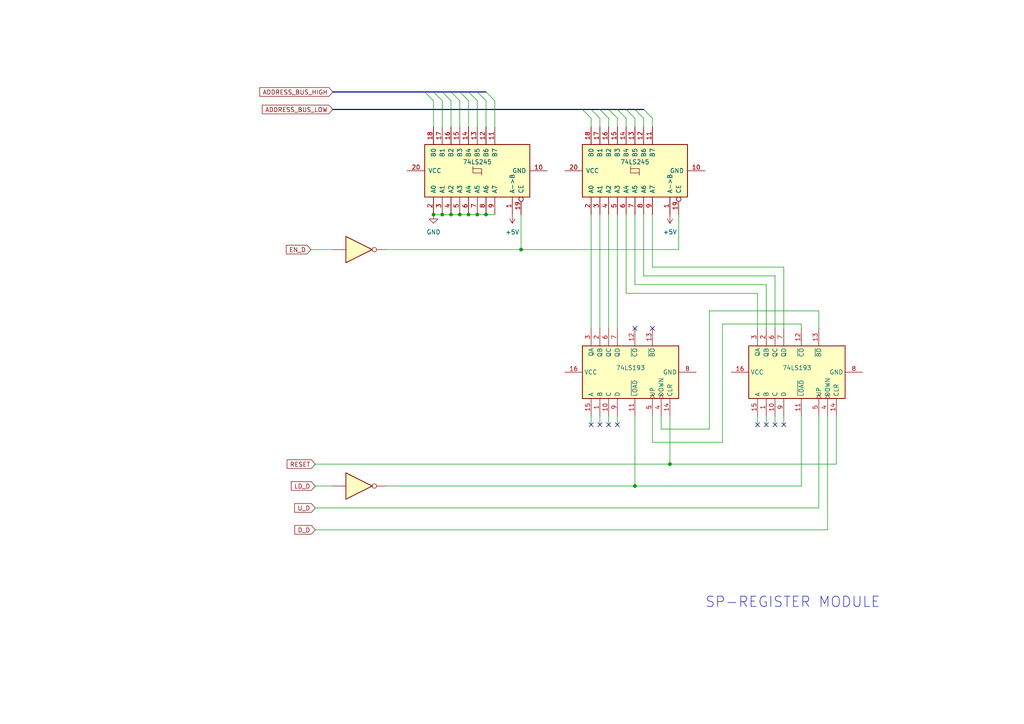
<source format=kicad_sch>
(kicad_sch (version 20230121) (generator eeschema)
  (paper "A4")
  (lib_symbols
    (symbol "74LS04_1" (pin_numbers hide)
      (property "Reference" "U" (at 0 1.27 0))
      (property "Value" "74LS04" (at 0 -1.27 0))
      (symbol "74LS04_1_1_0"
        (polyline (pts (xy -3.81 3.81) (xy -3.81 -3.81) (xy 3.81 0) (xy -3.81 3.81)) (stroke (width 0.254)) (fill (type background)))
        (pin input line (at -7.62 0 0) (length 3.81) (name "~") (number "1"))
        (pin output inverted (at 7.62 0 180) (length 3.81) (name "~") (number "2"))
      )
      (symbol "74LS04_1_2_0"
        (polyline (pts (xy -3.81 3.81) (xy -3.81 -3.81) (xy 3.81 0) (xy -3.81 3.81)) (stroke (width 0.254)) (fill (type background)))
        (pin input line (at -7.62 0 0) (length 3.81) (name "~") (number "3"))
        (pin output inverted (at 7.62 0 180) (length 3.81) (name "~") (number "4"))
      )
      (symbol "74LS04_1_3_0"
        (polyline (pts (xy -3.81 3.81) (xy -3.81 -3.81) (xy 3.81 0) (xy -3.81 3.81)) (stroke (width 0.254)) (fill (type background)))
        (pin input line (at -7.62 0 0) (length 3.81) (name "~") (number "5"))
        (pin output inverted (at 7.62 0 180) (length 3.81) (name "~") (number "6"))
      )
      (symbol "74LS04_1_4_0"
        (polyline (pts (xy -3.81 3.81) (xy -3.81 -3.81) (xy 3.81 0) (xy -3.81 3.81)) (stroke (width 0.254)) (fill (type background)))
        (pin output inverted (at 7.62 0 180) (length 3.81) (name "~") (number "8"))
        (pin input line (at -7.62 0 0) (length 3.81) (name "~") (number "9"))
      )
      (symbol "74LS04_1_5_0"
        (polyline (pts (xy -3.81 3.81) (xy -3.81 -3.81) (xy 3.81 0) (xy -3.81 3.81)) (stroke (width 0.254)) (fill (type background)))
        (pin output inverted (at 7.62 0 180) (length 3.81) (name "~") (number "10"))
        (pin input line (at -7.62 0 0) (length 3.81) (name "~") (number "11"))
      )
      (symbol "74LS04_1_6_0"
        (polyline (pts (xy -3.81 3.81) (xy -3.81 -3.81) (xy 3.81 0) (xy -3.81 3.81)) (stroke (width 0.254)) (fill (type background)))
        (pin output inverted (at 7.62 0 180) (length 3.81) (name "~") (number "12"))
        (pin input line (at -7.62 0 0) (length 3.81) (name "~") (number "13"))
      )
      (symbol "74LS04_1_7_0"
        (pin power_in line (at 0 12.7 270) (length 5.08) (name "VCC") (number "14"))
        (pin power_in line (at 0 -12.7 90) (length 5.08) (name "GND") (number "7"))
      )
      (symbol "74LS04_1_7_1"
        (rectangle (start -5.08 7.62) (end 5.08 -7.62) (stroke (width 0.254)) (fill (type background)))
      )
    )
    (symbol "74xx:74LS04" (pin_numbers hide)
      (property "Reference" "U" (at 0 1.27 0))
      (property "Value" "74LS04" (at 0 -1.27 0))
      (symbol "74LS04_1_0"
        (polyline (pts (xy -3.81 3.81) (xy -3.81 -3.81) (xy 3.81 0) (xy -3.81 3.81)) (stroke (width 0.254)) (fill (type background)))
        (pin input line (at -7.62 0 0) (length 3.81) (name "~") (number "1"))
        (pin output inverted (at 7.62 0 180) (length 3.81) (name "~") (number "2"))
      )
      (symbol "74LS04_2_0"
        (polyline (pts (xy -3.81 3.81) (xy -3.81 -3.81) (xy 3.81 0) (xy -3.81 3.81)) (stroke (width 0.254)) (fill (type background)))
        (pin input line (at -7.62 0 0) (length 3.81) (name "~") (number "3"))
        (pin output inverted (at 7.62 0 180) (length 3.81) (name "~") (number "4"))
      )
      (symbol "74LS04_3_0"
        (polyline (pts (xy -3.81 3.81) (xy -3.81 -3.81) (xy 3.81 0) (xy -3.81 3.81)) (stroke (width 0.254)) (fill (type background)))
        (pin input line (at -7.62 0 0) (length 3.81) (name "~") (number "5"))
        (pin output inverted (at 7.62 0 180) (length 3.81) (name "~") (number "6"))
      )
      (symbol "74LS04_4_0"
        (polyline (pts (xy -3.81 3.81) (xy -3.81 -3.81) (xy 3.81 0) (xy -3.81 3.81)) (stroke (width 0.254)) (fill (type background)))
        (pin output inverted (at 7.62 0 180) (length 3.81) (name "~") (number "8"))
        (pin input line (at -7.62 0 0) (length 3.81) (name "~") (number "9"))
      )
      (symbol "74LS04_5_0"
        (polyline (pts (xy -3.81 3.81) (xy -3.81 -3.81) (xy 3.81 0) (xy -3.81 3.81)) (stroke (width 0.254)) (fill (type background)))
        (pin output inverted (at 7.62 0 180) (length 3.81) (name "~") (number "10"))
        (pin input line (at -7.62 0 0) (length 3.81) (name "~") (number "11"))
      )
      (symbol "74LS04_6_0"
        (polyline (pts (xy -3.81 3.81) (xy -3.81 -3.81) (xy 3.81 0) (xy -3.81 3.81)) (stroke (width 0.254)) (fill (type background)))
        (pin output inverted (at 7.62 0 180) (length 3.81) (name "~") (number "12"))
        (pin input line (at -7.62 0 0) (length 3.81) (name "~") (number "13"))
      )
      (symbol "74LS04_7_0"
        (pin power_in line (at 0 12.7 270) (length 5.08) (name "VCC") (number "14"))
        (pin power_in line (at 0 -12.7 90) (length 5.08) (name "GND") (number "7"))
      )
      (symbol "74LS04_7_1"
        (rectangle (start -5.08 7.62) (end 5.08 -7.62) (stroke (width 0.254)) (fill (type background)))
      )
    )
    (symbol "74xx:74LS193"
      (property "Reference" "U" (at -7.62 13.97 0))
      (property "Value" "74LS193" (at 5.08 13.97 0))
      (symbol "74LS193_1_0"
        (pin input line (at -12.7 7.62 0) (length 5.08) (name "B") (number "1"))
        (pin input line (at -12.7 5.08 0) (length 5.08) (name "C") (number "10"))
        (pin input line (at -12.7 -2.54 0) (length 5.08) (name "~{LOAD}") (number "11"))
        (pin output line (at 12.7 -2.54 180) (length 5.08) (name "~{CO}") (number "12"))
        (pin output line (at 12.7 -7.62 180) (length 5.08) (name "~{BO}") (number "13"))
        (pin input line (at -12.7 -12.7 0) (length 5.08) (name "CLR") (number "14"))
        (pin input line (at -12.7 10.16 0) (length 5.08) (name "A") (number "15"))
        (pin power_in line (at 0 17.78 270) (length 5.08) (name "VCC") (number "16"))
        (pin output line (at 12.7 7.62 180) (length 5.08) (name "QB") (number "2"))
        (pin output line (at 12.7 10.16 180) (length 5.08) (name "QA") (number "3"))
        (pin input clock (at -12.7 -10.16 0) (length 5.08) (name "DOWN") (number "4"))
        (pin input clock (at -12.7 -7.62 0) (length 5.08) (name "UP") (number "5"))
        (pin output line (at 12.7 5.08 180) (length 5.08) (name "QC") (number "6"))
        (pin output line (at 12.7 2.54 180) (length 5.08) (name "QD") (number "7"))
        (pin power_in line (at 0 -20.32 90) (length 5.08) (name "GND") (number "8"))
        (pin input line (at -12.7 2.54 0) (length 5.08) (name "D") (number "9"))
      )
      (symbol "74LS193_1_1"
        (rectangle (start -7.62 12.7) (end 7.62 -15.24) (stroke (width 0.254)) (fill (type background)))
      )
    )
    (symbol "74xx:74LS245" (pin_names (offset 1.016))
      (property "Reference" "U" (at -7.62 16.51 0))
      (property "Value" "74LS245" (at -7.62 -16.51 0))
      (symbol "74LS245_1_0"
        (polyline (pts (xy -0.635 -1.27) (xy -0.635 1.27) (xy 0.635 1.27)))
        (polyline (pts (xy -1.27 -1.27) (xy 0.635 -1.27) (xy 0.635 1.27) (xy 1.27 1.27)))
        (pin input line (at -12.7 -10.16 0) (length 5.08) (name "A->B") (number "1"))
        (pin power_in line (at 0 -20.32 90) (length 5.08) (name "GND") (number "10"))
        (pin tri_state line (at 12.7 -5.08 180) (length 5.08) (name "B7") (number "11"))
        (pin tri_state line (at 12.7 -2.54 180) (length 5.08) (name "B6") (number "12"))
        (pin tri_state line (at 12.7 0 180) (length 5.08) (name "B5") (number "13"))
        (pin tri_state line (at 12.7 2.54 180) (length 5.08) (name "B4") (number "14"))
        (pin tri_state line (at 12.7 5.08 180) (length 5.08) (name "B3") (number "15"))
        (pin tri_state line (at 12.7 7.62 180) (length 5.08) (name "B2") (number "16"))
        (pin tri_state line (at 12.7 10.16 180) (length 5.08) (name "B1") (number "17"))
        (pin tri_state line (at 12.7 12.7 180) (length 5.08) (name "B0") (number "18"))
        (pin input inverted (at -12.7 -12.7 0) (length 5.08) (name "CE") (number "19"))
        (pin tri_state line (at -12.7 12.7 0) (length 5.08) (name "A0") (number "2"))
        (pin power_in line (at 0 20.32 270) (length 5.08) (name "VCC") (number "20"))
        (pin tri_state line (at -12.7 10.16 0) (length 5.08) (name "A1") (number "3"))
        (pin tri_state line (at -12.7 7.62 0) (length 5.08) (name "A2") (number "4"))
        (pin tri_state line (at -12.7 5.08 0) (length 5.08) (name "A3") (number "5"))
        (pin tri_state line (at -12.7 2.54 0) (length 5.08) (name "A4") (number "6"))
        (pin tri_state line (at -12.7 0 0) (length 5.08) (name "A5") (number "7"))
        (pin tri_state line (at -12.7 -2.54 0) (length 5.08) (name "A6") (number "8"))
        (pin tri_state line (at -12.7 -5.08 0) (length 5.08) (name "A7") (number "9"))
      )
      (symbol "74LS245_1_1"
        (rectangle (start -7.62 15.24) (end 7.62 -15.24) (stroke (width 0.254)) (fill (type background)))
      )
    )
    (symbol "power:+5V" (power) (pin_names (offset 0))
      (property "Value" "+5V" (at 0 3.556 0))
      (symbol "+5V_0_1"
        (polyline (pts (xy -0.762 1.27) (xy 0 2.54)))
        (polyline (pts (xy 0 0) (xy 0 2.54)))
        (polyline (pts (xy 0 2.54) (xy 0.762 1.27)))
      )
      (symbol "+5V_1_1"
        (pin power_in line (at 0 0 90) (length 0) hide (name "+5V") (number "1"))
      )
    )
    (symbol "power:GND" (power) (pin_names (offset 0))
      (property "Value" "GND" (at 0 -3.81 0))
      (symbol "GND_0_1"
        (polyline (pts (xy 0 0) (xy 0 -1.27) (xy 1.27 -1.27) (xy 0 -2.54) (xy -1.27 -1.27) (xy 0 -1.27)))
      )
      (symbol "GND_1_1"
        (pin power_in line (at 0 0 270) (length 0) hide (name "GND") (number "1"))
      )
    )
  )
  (junction (at 133.35 62.23))
  (junction (at 194.31 134.62))
  (junction (at 138.43 62.23))
  (junction (at 140.97 62.23))
  (junction (at 130.81 62.23))
  (junction (at 135.89 62.23))
  (junction (at 125.73 62.23))
  (junction (at 128.27 62.23))
  (junction (at 184.15 140.97))
  (junction (at 151.13 72.39))
  (no_connect (at 179.07 123.19))
  (no_connect (at 171.45 123.19))
  (no_connect (at 189.23 95.25))
  (no_connect (at 224.79 123.19))
  (no_connect (at 176.53 123.19))
  (no_connect (at 173.99 123.19))
  (no_connect (at 184.15 95.25))
  (no_connect (at 222.25 123.19))
  (no_connect (at 227.33 123.19))
  (no_connect (at 219.71 123.19))
  (bus_entry (at 140.97 26.67) (size 2.54 2.54))
  (bus_entry (at 123.19 26.67) (size 2.54 2.54))
  (bus_entry (at 179.07 31.75) (size 2.54 2.54))
  (bus_entry (at 128.27 26.67) (size 2.54 2.54))
  (bus_entry (at 133.35 26.67) (size 2.54 2.54))
  (bus_entry (at 181.61 31.75) (size 2.54 2.54))
  (bus_entry (at 168.91 31.75) (size 2.54 2.54))
  (bus_entry (at 130.81 26.67) (size 2.54 2.54))
  (bus_entry (at 171.45 31.75) (size 2.54 2.54))
  (bus_entry (at 186.69 31.75) (size 2.54 2.54))
  (bus_entry (at 173.99 31.75) (size 2.54 2.54))
  (bus_entry (at 135.89 26.67) (size 2.54 2.54))
  (bus_entry (at 138.43 26.67) (size 2.54 2.54))
  (bus_entry (at 184.15 31.75) (size 2.54 2.54))
  (bus_entry (at 176.53 31.75) (size 2.54 2.54))
  (bus_entry (at 125.73 26.67) (size 2.54 2.54))
  (wire (pts (xy 219.71 85.09) (xy 219.71 95.25)))
  (bus (pts (xy 96.52 31.75) (xy 168.91 31.75)))
  (wire (pts (xy 128.27 29.21) (xy 128.27 36.83)))
  (wire (pts (xy 186.69 34.29) (xy 186.69 36.83)))
  (bus (pts (xy 135.89 26.67) (xy 138.43 26.67)))
  (wire (pts (xy 184.15 120.65) (xy 184.15 140.97)))
  (wire (pts (xy 138.43 62.23) (xy 140.97 62.23)))
  (wire (pts (xy 186.69 80.01) (xy 224.79 80.01)))
  (bus (pts (xy 184.15 31.75) (xy 186.69 31.75)))
  (wire (pts (xy 125.73 29.21) (xy 125.73 36.83)))
  (wire (pts (xy 186.69 62.23) (xy 186.69 80.01)))
  (wire (pts (xy 184.15 34.29) (xy 184.15 36.83)))
  (wire (pts (xy 138.43 29.21) (xy 138.43 36.83)))
  (wire (pts (xy 205.74 124.46) (xy 191.77 124.46)))
  (wire (pts (xy 173.99 62.23) (xy 173.99 95.25)))
  (wire (pts (xy 222.25 120.65) (xy 222.25 123.19)))
  (bus (pts (xy 125.73 26.67) (xy 128.27 26.67)))
  (bus (pts (xy 179.07 31.75) (xy 181.61 31.75)))
  (wire (pts (xy 173.99 120.65) (xy 173.99 123.19)))
  (wire (pts (xy 140.97 62.23) (xy 143.51 62.23)))
  (wire (pts (xy 181.61 34.29) (xy 181.61 36.83)))
  (wire (pts (xy 224.79 120.65) (xy 224.79 123.19)))
  (wire (pts (xy 232.41 93.98) (xy 232.41 95.25)))
  (wire (pts (xy 237.49 90.17) (xy 205.74 90.17)))
  (wire (pts (xy 140.97 29.21) (xy 140.97 36.83)))
  (wire (pts (xy 173.99 34.29) (xy 173.99 36.83)))
  (wire (pts (xy 179.07 34.29) (xy 179.07 36.83)))
  (wire (pts (xy 240.03 120.65) (xy 240.03 153.67)))
  (wire (pts (xy 130.81 62.23) (xy 133.35 62.23)))
  (bus (pts (xy 138.43 26.67) (xy 140.97 26.67)))
  (wire (pts (xy 125.73 62.23) (xy 128.27 62.23)))
  (wire (pts (xy 135.89 62.23) (xy 138.43 62.23)))
  (bus (pts (xy 123.19 26.67) (xy 125.73 26.67)))
  (wire (pts (xy 176.53 120.65) (xy 176.53 123.19)))
  (wire (pts (xy 232.41 120.65) (xy 232.41 140.97)))
  (wire (pts (xy 171.45 62.23) (xy 171.45 95.25)))
  (wire (pts (xy 151.13 62.23) (xy 151.13 72.39)))
  (wire (pts (xy 237.49 147.32) (xy 91.44 147.32)))
  (wire (pts (xy 209.55 93.98) (xy 232.41 93.98)))
  (wire (pts (xy 111.76 72.39) (xy 151.13 72.39)))
  (wire (pts (xy 227.33 77.47) (xy 227.33 95.25)))
  (bus (pts (xy 171.45 31.75) (xy 173.99 31.75)))
  (wire (pts (xy 189.23 77.47) (xy 227.33 77.47)))
  (bus (pts (xy 96.52 26.67) (xy 123.19 26.67)))
  (wire (pts (xy 222.25 82.55) (xy 222.25 95.25)))
  (wire (pts (xy 189.23 128.27) (xy 189.23 120.65)))
  (bus (pts (xy 176.53 31.75) (xy 179.07 31.75)))
  (wire (pts (xy 143.51 29.21) (xy 143.51 36.83)))
  (wire (pts (xy 189.23 34.29) (xy 189.23 36.83)))
  (wire (pts (xy 133.35 62.23) (xy 135.89 62.23)))
  (wire (pts (xy 224.79 80.01) (xy 224.79 95.25)))
  (bus (pts (xy 181.61 31.75) (xy 184.15 31.75)))
  (wire (pts (xy 151.13 72.39) (xy 196.85 72.39)))
  (wire (pts (xy 194.31 134.62) (xy 242.57 134.62)))
  (wire (pts (xy 135.89 29.21) (xy 135.89 36.83)))
  (wire (pts (xy 237.49 95.25) (xy 237.49 90.17)))
  (wire (pts (xy 240.03 153.67) (xy 91.44 153.67)))
  (wire (pts (xy 133.35 29.21) (xy 133.35 36.83)))
  (wire (pts (xy 209.55 128.27) (xy 189.23 128.27)))
  (bus (pts (xy 173.99 31.75) (xy 176.53 31.75)))
  (wire (pts (xy 181.61 85.09) (xy 219.71 85.09)))
  (bus (pts (xy 168.91 31.75) (xy 171.45 31.75)))
  (wire (pts (xy 227.33 120.65) (xy 227.33 123.19)))
  (wire (pts (xy 179.07 120.65) (xy 179.07 123.19)))
  (wire (pts (xy 176.53 62.23) (xy 176.53 95.25)))
  (wire (pts (xy 196.85 72.39) (xy 196.85 62.23)))
  (wire (pts (xy 184.15 82.55) (xy 222.25 82.55)))
  (wire (pts (xy 90.17 72.39) (xy 96.52 72.39)))
  (bus (pts (xy 133.35 26.67) (xy 135.89 26.67)))
  (wire (pts (xy 194.31 120.65) (xy 194.31 134.62)))
  (wire (pts (xy 189.23 62.23) (xy 189.23 77.47)))
  (wire (pts (xy 184.15 62.23) (xy 184.15 82.55)))
  (wire (pts (xy 232.41 140.97) (xy 184.15 140.97)))
  (wire (pts (xy 237.49 120.65) (xy 237.49 147.32)))
  (wire (pts (xy 219.71 120.65) (xy 219.71 123.19)))
  (wire (pts (xy 176.53 34.29) (xy 176.53 36.83)))
  (wire (pts (xy 171.45 34.29) (xy 171.45 36.83)))
  (wire (pts (xy 171.45 120.65) (xy 171.45 123.19)))
  (wire (pts (xy 128.27 62.23) (xy 130.81 62.23)))
  (wire (pts (xy 179.07 62.23) (xy 179.07 95.25)))
  (wire (pts (xy 242.57 134.62) (xy 242.57 120.65)))
  (wire (pts (xy 91.44 140.97) (xy 96.52 140.97)))
  (bus (pts (xy 128.27 26.67) (xy 130.81 26.67)))
  (bus (pts (xy 130.81 26.67) (xy 133.35 26.67)))
  (wire (pts (xy 191.77 124.46) (xy 191.77 120.65)))
  (wire (pts (xy 91.44 134.62) (xy 194.31 134.62)))
  (wire (pts (xy 181.61 62.23) (xy 181.61 85.09)))
  (wire (pts (xy 205.74 90.17) (xy 205.74 124.46)))
  (wire (pts (xy 209.55 93.98) (xy 209.55 128.27)))
  (wire (pts (xy 130.81 29.21) (xy 130.81 36.83)))
  (wire (pts (xy 111.76 140.97) (xy 184.15 140.97)))
  (text "SP-REGISTER MODULE" (at 204.47 176.53 0) (effects (font (size 3 3)) (justify left bottom)))
  (global_label "ADDRESS_BUS_HIGH" (shape input) (at 96.52 26.67 180) (property "Intersheetrefs" "${INTERSHEET_REFS}" (effects hide)))
  (global_label "ADDRESS_BUS_LOW" (shape input) (at 96.52 31.75 180) (property "Intersheetrefs" "${INTERSHEET_REFS}" (effects hide)))
  (global_label "U_D" (shape input) (at 91.44 147.32 180) (property "Intersheetrefs" "${INTERSHEET_REFS}" (effects hide)))
  (global_label "EN_D" (shape input) (at 90.17 72.39 180) (property "Intersheetrefs" "${INTERSHEET_REFS}" (effects hide)))
  (global_label "RESET" (shape input) (at 91.44 134.62 180) (property "Intersheetrefs" "${INTERSHEET_REFS}" (effects hide)))
  (global_label "D_D" (shape input) (at 91.44 153.67 180) (property "Intersheetrefs" "${INTERSHEET_REFS}" (effects hide)))
  (global_label "LD_D" (shape input) (at 91.44 140.97 180) (property "Intersheetrefs" "${INTERSHEET_REFS}" (effects hide)))
  (symbol (lib_id "74xx:74LS245") (at 184.15 49.53 90) (unit 1)
    (property "Reference" "U7" (effects hide))
    (property "Value" "74LS245" (at 184.15 46.99 90))
    (property "Datasheet" "http://www.ti.com/lit/gpn/sn74LS245" (effects hide))
  )
  (symbol (lib_id "74xx:74LS04") (at 104.14 140.97 0) (unit 1)
    (property "Reference" "U5" (effects hide))
    (property "Value" "74LS04" (effects hide))
    (property "Datasheet" "http://www.ti.com/lit/gpn/sn74LS04" (effects hide))
  )
  (symbol (lib_id "power:GND") (at 125.73 62.23 0) (unit 1)
    (property "Reference" "#PWR04" (effects hide))
    (property "Value" "GND" (at 125.73 67.31 0))
  )
  (symbol (lib_name "74LS04_1") (lib_id "74xx:74LS04") (at 104.14 72.39 0) (unit 1)
    (property "Reference" "U2" (effects hide))
    (property "Value" "74LS04" (effects hide))
    (property "Datasheet" "http://www.ti.com/lit/gpn/sn74LS04" (effects hide))
  )
  (symbol (lib_id "74xx:74LS193") (at 181.61 107.95 90) (unit 1)
    (property "Reference" "U6" (effects hide))
    (property "Value" "74LS193" (at 182.88 106.68 90))
    (property "Datasheet" "http://www.ti.com/lit/ds/symlink/sn74ls193.pdf" (effects hide))
  )
  (symbol (lib_id "74xx:74LS245") (at 138.43 49.53 90) (unit 1)
    (property "Reference" "U1" (effects hide))
    (property "Value" "74LS245" (at 138.43 46.99 90))
    (property "Datasheet" "http://www.ti.com/lit/gpn/sn74LS245" (effects hide))
  )
  (symbol (lib_id "power:+5V") (at 148.59 62.23 180) (unit 1)
    (property "Reference" "#PWR06" (effects hide))
    (property "Value" "+5V" (at 148.59 67.31 0))
  )
  (symbol (lib_id "74xx:74LS193") (at 229.87 107.95 90) (unit 1)
    (property "Reference" "U8" (effects hide))
    (property "Value" "74LS193" (at 231.14 106.68 90))
    (property "Datasheet" "http://www.ti.com/lit/ds/symlink/sn74ls193.pdf" (effects hide))
  )
  (symbol (lib_id "power:+5V") (at 194.31 62.23 180) (unit 1)
    (property "Reference" "#PWR03" (effects hide))
    (property "Value" "+5V" (at 194.31 67.31 0))
  )
)
</source>
